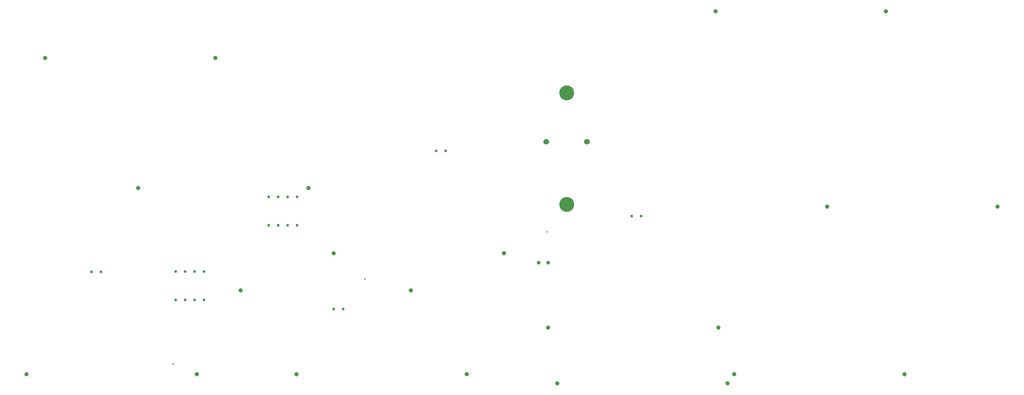
<source format=gbr>
G04 PROTEUS GERBER X2 FILE*
%TF.GenerationSoftware,Labcenter,Proteus,8.13-SP0-Build31525*%
%TF.CreationDate,2025-12-25T14:29:14+00:00*%
%TF.FileFunction,Plated,1,2,PTH*%
%TF.FilePolarity,Positive*%
%TF.Part,Single*%
%TF.SameCoordinates,{db0003a8-45e4-4f23-9e85-8f5fa2e6f16b}*%
%FSLAX45Y45*%
%MOMM*%
G01*
%TA.AperFunction,ViaDrill*%
%ADD38C,0.381000*%
%TA.AperFunction,ComponentDrill*%
%ADD39C,0.762000*%
%ADD40C,1.016000*%
%TA.AperFunction,ComponentDrill*%
%ADD41C,1.524000*%
%ADD42C,4.000000*%
%TA.AperFunction,ComponentDrill*%
%ADD43C,1.143000*%
%TD.AperFunction*%
D38*
X-7810500Y+1270000D03*
X+2222500Y+4826000D03*
X-2667000Y+3556000D03*
D39*
X-10004000Y+3750000D03*
X-9750000Y+3750000D03*
X-3500000Y+2750000D03*
X-3246000Y+2750000D03*
X-750000Y+7000000D03*
X-496000Y+7000000D03*
X+4500000Y+5250000D03*
X+4754000Y+5250000D03*
D40*
X+2000000Y+4000000D03*
X+2254000Y+4000000D03*
D41*
X+2206440Y+7250000D03*
X+3293560Y+7250000D03*
D42*
X+2750000Y+8563180D03*
X+2750000Y+5565980D03*
D43*
X-11750000Y+1000000D03*
X-7178000Y+1000000D03*
X-4500000Y+1000000D03*
X+72000Y+1000000D03*
X+7250000Y+1000000D03*
X+11822000Y+1000000D03*
X+2250000Y+2250000D03*
X+6822000Y+2250000D03*
X+9750000Y+5500000D03*
X+14322000Y+5500000D03*
X-6000000Y+3250000D03*
X-1428000Y+3250000D03*
X-3500000Y+4250000D03*
X+1072000Y+4250000D03*
X-11250000Y+9500000D03*
X-6678000Y+9500000D03*
X-8750000Y+6000000D03*
X-4178000Y+6000000D03*
X+6750000Y+10750000D03*
X+11322000Y+10750000D03*
X+2500000Y+750000D03*
X+7072000Y+750000D03*
D39*
X-7750000Y+3000000D03*
X-7496000Y+3000000D03*
X-7242000Y+3000000D03*
X-6988000Y+3000000D03*
X-6988000Y+3762000D03*
X-7242000Y+3762000D03*
X-7496000Y+3762000D03*
X-7750000Y+3762000D03*
X-5250000Y+5000000D03*
X-4996000Y+5000000D03*
X-4742000Y+5000000D03*
X-4488000Y+5000000D03*
X-4488000Y+5762000D03*
X-4742000Y+5762000D03*
X-4996000Y+5762000D03*
X-5250000Y+5762000D03*
M02*

</source>
